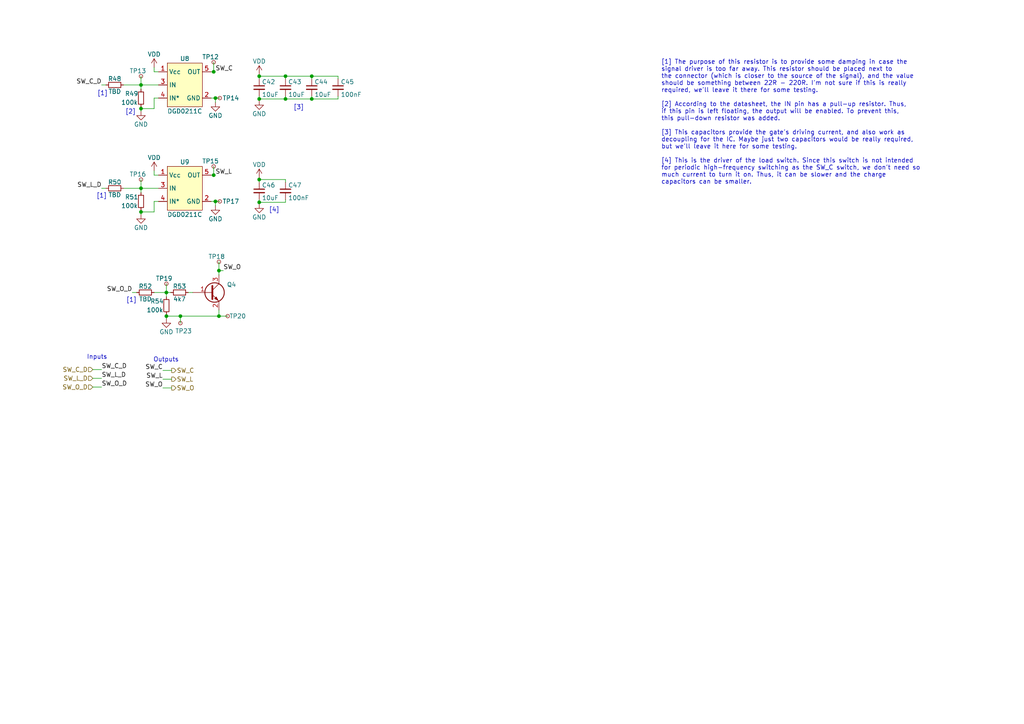
<source format=kicad_sch>
(kicad_sch (version 20211123) (generator eeschema)
  (paper "A4")
  (lib_symbols
    (symbol "CL_Gate_Drivers:DGD0211C"
      (property "Reference" "U" (at -5.08 7.62 0))
      (property "Value" "DGD0211C" (at 0 -7.62 0))
      (symbol "DGD0211C_0_1"
        (rectangle (start -5.08 6.35) (end 5.08 -6.35) (fill (type background)))
      )
      (symbol "DGD0211C_1_1"
        (pin power_in line (at -7.62 3.81 0) (length 2.54) (name "Vcc") (number "1"))
        (pin power_in line (at 7.62 -3.81 180) (length 2.54) (name "GND") (number "2"))
        (pin input line (at -7.62 0 0) (length 2.54) (name "IN") (number "3"))
        (pin input line (at -7.62 -3.81 0) (length 2.54) (name "IN*") (number "4"))
        (pin output line (at 7.62 3.81 180) (length 2.54) (name "OUT") (number "5"))
      )
    )
    (symbol "Connector:TestPoint_Small" (pin_numbers hide) (pin_names (offset 0.762) hide)
      (property "Reference" "TP" (at 0 3.81 0))
      (property "Value" "TestPoint_Small" (at 0 2.032 0))
      (symbol "TestPoint_Small_0_1"
        (circle (center 0 0) (radius 0.508))
      )
      (symbol "TestPoint_Small_1_1"
        (pin passive line (at 0 0 90) (length 0) (name "1") (number "1"))
      )
    )
    (symbol "Device:C_Small" (pin_numbers hide) (pin_names (offset 0.254) hide)
      (property "Reference" "C" (at 0.254 1.778 0))
      (property "Value" "C_Small" (at 0.254 -2.032 0))
      (symbol "C_Small_0_1"
        (polyline (pts (xy -1.524 -0.508) (xy 1.524 -0.508)) (stroke (width 0.3302)))
        (polyline (pts (xy -1.524 0.508) (xy 1.524 0.508)) (stroke (width 0.3048)))
      )
      (symbol "C_Small_1_1"
        (pin passive line (at 0 2.54 270) (length 2.032) (name "~") (number "1"))
        (pin passive line (at 0 -2.54 90) (length 2.032) (name "~") (number "2"))
      )
    )
    (symbol "Device:Q_NPN_BEC" (pin_names (offset 0) hide)
      (property "Reference" "Q" (at 5.08 1.27 0))
      (property "Value" "Q_NPN_BEC" (at 5.08 -1.27 0))
      (symbol "Q_NPN_BEC_0_1"
        (polyline (pts (xy 0.635 0.635) (xy 2.54 2.54)))
        (polyline (pts (xy 0.635 -0.635) (xy 2.54 -2.54) (xy 2.54 -2.54)))
        (polyline (pts (xy 0.635 1.905) (xy 0.635 -1.905) (xy 0.635 -1.905)) (stroke (width 0.508)))
        (polyline (pts (xy 1.27 -1.778) (xy 1.778 -1.27) (xy 2.286 -2.286) (xy 1.27 -1.778) (xy 1.27 -1.778)) (fill (type outline)))
        (circle (center 1.27 0) (radius 2.8194) (stroke (width 0.254)))
      )
      (symbol "Q_NPN_BEC_1_1"
        (pin input line (at -5.08 0 0) (length 5.715) (name "B") (number "1"))
        (pin passive line (at 2.54 -5.08 90) (length 2.54) (name "E") (number "2"))
        (pin passive line (at 2.54 5.08 270) (length 2.54) (name "C") (number "3"))
      )
    )
    (symbol "Device:R_Small" (pin_numbers hide) (pin_names (offset 0.254) hide)
      (property "Reference" "R" (at 0.762 0.508 0))
      (property "Value" "R_Small" (at 0.762 -1.016 0))
      (symbol "R_Small_0_1"
        (rectangle (start -0.762 1.778) (end 0.762 -1.778) (stroke (width 0.2032)))
      )
      (symbol "R_Small_1_1"
        (pin passive line (at 0 2.54 270) (length 0.762) (name "~") (number "1"))
        (pin passive line (at 0 -2.54 90) (length 0.762) (name "~") (number "2"))
      )
    )
    (symbol "power:GND" (power) (pin_names (offset 0))
      (property "Value" "GND" (at 0 -3.81 0))
      (symbol "GND_0_1"
        (polyline (pts (xy 0 0) (xy 0 -1.27) (xy 1.27 -1.27) (xy 0 -2.54) (xy -1.27 -1.27) (xy 0 -1.27)))
      )
      (symbol "GND_1_1"
        (pin power_in line (at 0 0 270) (length 0) hide (name "GND") (number "1"))
      )
    )
    (symbol "power:VDD" (power) (pin_names (offset 0))
      (property "Value" "VDD" (at 0 3.81 0))
      (symbol "VDD_0_1"
        (polyline (pts (xy -0.762 1.27) (xy 0 2.54)))
        (polyline (pts (xy 0 0) (xy 0 2.54)))
        (polyline (pts (xy 0 2.54) (xy 0.762 1.27)))
      )
      (symbol "VDD_1_1"
        (pin power_in line (at 0 0 90) (length 0) hide (name "VDD") (number "1"))
      )
    )
  )
  (junction (at 82.804 22.098))
  (junction (at 52.324 91.694))
  (junction (at 48.26 84.836))
  (junction (at 61.976 20.828))
  (junction (at 62.484 58.42))
  (junction (at 48.26 91.694))
  (junction (at 40.894 61.468))
  (junction (at 40.894 54.61))
  (junction (at 63.5 78.486))
  (junction (at 75.184 28.702))
  (junction (at 75.184 52.07))
  (junction (at 40.894 31.496))
  (junction (at 63.5 91.694))
  (junction (at 75.184 58.674))
  (junction (at 75.184 22.098))
  (junction (at 90.424 28.702))
  (junction (at 61.976 50.8))
  (junction (at 62.484 28.448))
  (junction (at 90.424 22.098))
  (junction (at 82.804 28.702))
  (junction (at 40.894 24.638))
  (wire (pts (xy 82.804 27.94) (xy 82.804 28.702)))
  (wire (pts (xy 44.704 20.828) (xy 45.974 20.828)))
  (wire (pts (xy 63.5 78.486) (xy 63.5 79.756)))
  (wire (pts (xy 29.464 107.188) (xy 26.924 107.188)))
  (wire (pts (xy 62.484 58.42) (xy 62.484 59.69)))
  (wire (pts (xy 61.976 20.828) (xy 62.484 20.828)))
  (wire (pts (xy 40.894 31.496) (xy 40.894 32.258)))
  (wire (pts (xy 48.26 91.186) (xy 48.26 91.694)))
  (wire (pts (xy 98.044 28.702) (xy 98.044 27.94)))
  (wire (pts (xy 61.214 58.42) (xy 62.484 58.42)))
  (wire (pts (xy 63.5 91.694) (xy 52.324 91.694)))
  (wire (pts (xy 52.324 91.694) (xy 48.26 91.694)))
  (wire (pts (xy 98.044 22.86) (xy 98.044 22.098)))
  (wire (pts (xy 29.464 24.638) (xy 30.734 24.638)))
  (wire (pts (xy 62.484 58.42) (xy 63.754 58.42)))
  (wire (pts (xy 47.244 112.522) (xy 49.784 112.522)))
  (wire (pts (xy 44.704 61.468) (xy 40.894 61.468)))
  (wire (pts (xy 61.976 50.8) (xy 62.484 50.8)))
  (wire (pts (xy 63.5 91.694) (xy 66.04 91.694)))
  (wire (pts (xy 54.61 84.836) (xy 55.88 84.836)))
  (wire (pts (xy 35.814 54.61) (xy 40.894 54.61)))
  (wire (pts (xy 48.26 91.694) (xy 48.26 92.456)))
  (wire (pts (xy 61.214 28.448) (xy 62.484 28.448)))
  (wire (pts (xy 61.214 20.828) (xy 61.976 20.828)))
  (wire (pts (xy 90.424 28.702) (xy 82.804 28.702)))
  (wire (pts (xy 38.354 84.836) (xy 39.624 84.836)))
  (wire (pts (xy 75.184 28.702) (xy 75.184 29.21)))
  (wire (pts (xy 90.424 27.94) (xy 90.424 28.702)))
  (wire (pts (xy 40.894 22.098) (xy 40.894 24.638)))
  (wire (pts (xy 64.77 78.486) (xy 63.5 78.486)))
  (wire (pts (xy 48.26 84.836) (xy 49.53 84.836)))
  (wire (pts (xy 40.894 54.61) (xy 40.894 55.88)))
  (wire (pts (xy 48.26 86.106) (xy 48.26 84.836)))
  (wire (pts (xy 40.894 24.638) (xy 40.894 25.908)))
  (wire (pts (xy 35.814 24.638) (xy 40.894 24.638)))
  (wire (pts (xy 47.244 107.442) (xy 49.784 107.442)))
  (wire (pts (xy 75.184 52.07) (xy 75.184 52.832)))
  (wire (pts (xy 45.974 58.42) (xy 44.704 58.42)))
  (wire (pts (xy 90.424 22.098) (xy 90.424 22.86)))
  (wire (pts (xy 98.044 22.098) (xy 90.424 22.098)))
  (wire (pts (xy 29.464 109.728) (xy 26.924 109.728)))
  (wire (pts (xy 48.26 82.296) (xy 48.26 84.836)))
  (wire (pts (xy 75.184 28.702) (xy 75.184 27.94)))
  (wire (pts (xy 40.894 52.07) (xy 40.894 54.61)))
  (wire (pts (xy 44.704 28.448) (xy 44.704 31.496)))
  (wire (pts (xy 61.976 48.26) (xy 61.976 50.8)))
  (wire (pts (xy 82.804 28.702) (xy 75.184 28.702)))
  (wire (pts (xy 44.704 49.53) (xy 44.704 50.8)))
  (wire (pts (xy 40.894 54.61) (xy 45.974 54.61)))
  (wire (pts (xy 44.704 84.836) (xy 48.26 84.836)))
  (wire (pts (xy 40.894 60.96) (xy 40.894 61.468)))
  (wire (pts (xy 45.974 28.448) (xy 44.704 28.448)))
  (wire (pts (xy 62.484 28.448) (xy 63.754 28.448)))
  (wire (pts (xy 40.894 30.988) (xy 40.894 31.496)))
  (wire (pts (xy 61.214 50.8) (xy 61.976 50.8)))
  (wire (pts (xy 63.5 89.916) (xy 63.5 91.694)))
  (wire (pts (xy 29.464 54.61) (xy 30.734 54.61)))
  (wire (pts (xy 63.5 75.946) (xy 63.5 78.486)))
  (wire (pts (xy 61.976 18.034) (xy 61.976 20.828)))
  (wire (pts (xy 90.424 28.702) (xy 98.044 28.702)))
  (wire (pts (xy 75.184 51.562) (xy 75.184 52.07)))
  (wire (pts (xy 44.704 31.496) (xy 40.894 31.496)))
  (wire (pts (xy 75.184 58.674) (xy 75.184 57.912)))
  (wire (pts (xy 75.184 58.674) (xy 75.184 59.182)))
  (wire (pts (xy 44.704 58.42) (xy 44.704 61.468)))
  (wire (pts (xy 29.464 112.268) (xy 26.924 112.268)))
  (wire (pts (xy 62.484 28.448) (xy 62.484 29.718)))
  (wire (pts (xy 75.184 58.674) (xy 82.804 58.674)))
  (wire (pts (xy 44.704 50.8) (xy 45.974 50.8)))
  (wire (pts (xy 75.184 21.59) (xy 75.184 22.098)))
  (wire (pts (xy 82.804 58.674) (xy 82.804 57.912)))
  (wire (pts (xy 82.804 52.832) (xy 82.804 52.07)))
  (wire (pts (xy 52.324 91.694) (xy 52.324 93.726)))
  (wire (pts (xy 75.184 22.098) (xy 82.804 22.098)))
  (wire (pts (xy 40.894 24.638) (xy 45.974 24.638)))
  (wire (pts (xy 47.244 109.982) (xy 49.784 109.982)))
  (wire (pts (xy 82.804 22.098) (xy 82.804 22.86)))
  (wire (pts (xy 44.704 19.558) (xy 44.704 20.828)))
  (wire (pts (xy 40.894 61.468) (xy 40.894 62.23)))
  (wire (pts (xy 75.184 22.098) (xy 75.184 22.86)))
  (wire (pts (xy 75.184 52.07) (xy 82.804 52.07)))
  (wire (pts (xy 82.804 22.098) (xy 90.424 22.098)))
  (text "[1] The purpose of this resistor is to provide some damping in case the\nsignal driver is too far away. This resistor should be placed next to\nthe connector (which is closer to the source of the signal), and the value\nshould be something between 22R - 220R. I'm not sure if this is really \nrequired, we'll leave it there for some testing.\n\n[2] According to the datasheet, the IN pin has a pull-up resistor. Thus,\nif this pin is left floating, the output will be enabled. To prevent this,\nthis pull-down resistor was added. \n\n[3] This capacitors provide the gate's driving current, and also work as\ndecoupling for the IC. Maybe just two capacitors would be really required,\nbut we'll leave it here for some testing.\n\n[4] This is the driver of the load switch. Since this switch is not intended\nfor periodic high-frequency switching as the SW_C switch, we don't need so \nmuch current to turn it on. Thus, it can be slower and the charge \ncapacitors can be smaller." (at 191.77 53.594 0) (effects (font (size 1.27 1.27)) (justify left bottom)))
  (text "Inputs\n" (at 25.146 104.394 0) (effects (font (size 1.27 1.27)) (justify left bottom)))
  (text "[1]" (at 28.194 27.94 0) (effects (font (size 1.27 1.27)) (justify left bottom)))
  (text "[1]" (at 27.94 57.658 0) (effects (font (size 1.27 1.27)) (justify left bottom)))
  (text "[1]" (at 36.576 87.884 0) (effects (font (size 1.27 1.27)) (justify left bottom)))
  (text "[4]" (at 77.978 61.722 0) (effects (font (size 1.27 1.27)) (justify left bottom)))
  (text "[2]" (at 36.322 33.274 0) (effects (font (size 1.27 1.27)) (justify left bottom)))
  (text "Outputs" (at 44.45 105.156 0) (effects (font (size 1.27 1.27)) (justify left bottom)))
  (text "[3]" (at 85.09 32.004 0) (effects (font (size 1.27 1.27)) (justify left bottom)))
  (label "SW_L" (at 47.244 109.982 180))
  (label "SW_L_D" (at 29.464 54.61 180))
  (label "SW_C_D" (at 29.464 24.638 180))
  (label "SW_C" (at 47.244 107.442 180))
  (label "SW_L" (at 62.484 50.8 0))
  (label "SW_O" (at 47.244 112.522 180))
  (label "SW_O_D" (at 29.464 112.268 0))
  (label "SW_C_D" (at 29.464 107.188 0))
  (label "SW_L_D" (at 29.464 109.728 0))
  (label "SW_C" (at 62.484 20.828 0))
  (label "SW_O_D" (at 38.354 84.836 180))
  (label "SW_O" (at 64.77 78.486 0))
  (hierarchical_label "SW_L" (shape output) (at 49.784 109.982 0))
  (hierarchical_label "SW_O_D" (shape input) (at 26.924 112.268 180))
  (hierarchical_label "SW_O" (shape output) (at 49.784 112.522 0))
  (hierarchical_label "SW_C_D" (shape input) (at 26.924 107.188 180))
  (hierarchical_label "SW_C" (shape output) (at 49.784 107.442 0))
  (hierarchical_label "SW_L_D" (shape input) (at 26.924 109.728 180))
  (symbol (lib_id "Device:C_Small") (at 75.184 25.4 0) (unit 1)
    (property "Reference" "C42" (at 75.946 23.749 0) (effects (justify left)))
    (property "Value" "10uF" (at 75.946 27.432 0) (effects (justify left)))
    (property "Footprint" "Capacitor_SMD:C_0805_2012Metric_Pad1.18x1.45mm_HandSolder" (effects hide))
  )
  (symbol (lib_id "Device:R_Small") (at 33.274 24.638 270) (unit 1)
    (property "Reference" "R48" (at 33.274 22.86 90))
    (property "Value" "TBD" (at 33.274 26.543 90))
    (property "Footprint" "Resistor_SMD:R_0805_2012Metric_Pad1.20x1.40mm_HandSolder" (effects hide))
  )
  (symbol (lib_id "Device:C_Small") (at 82.804 55.372 0) (unit 1)
    (property "Reference" "C47" (at 83.566 53.721 0) (effects (justify left)))
    (property "Value" "100nF" (at 83.566 57.404 0) (effects (justify left)))
    (property "Footprint" "Capacitor_SMD:C_0805_2012Metric_Pad1.18x1.45mm_HandSolder" (effects hide))
  )
  (symbol (lib_id "power:VDD") (at 44.704 19.558 0) (unit 1)
    (property "Reference" "#PWR0171" (effects hide))
    (property "Value" "VDD" (at 44.704 15.748 0))
  )
  (symbol (lib_id "Connector:TestPoint_Small") (at 40.894 52.07 90) (unit 1)
    (property "Reference" "TP16" (at 42.418 50.546 90) (effects (justify left)))
    (property "Value" "TestPoint_Small" (effects hide))
    (property "Footprint" "TestPoint:TestPoint_Pad_1.5x1.5mm" (effects hide))
  )
  (symbol (lib_id "Device:R_Small") (at 52.07 84.836 270) (unit 1)
    (property "Reference" "R53" (at 52.07 83.058 90))
    (property "Value" "4k7" (at 52.07 86.741 90))
    (property "Footprint" "Resistor_SMD:R_0805_2012Metric_Pad1.20x1.40mm_HandSolder" (effects hide))
  )
  (symbol (lib_id "power:GND") (at 75.184 29.21 0) (unit 1)
    (property "Reference" "#PWR0167" (effects hide))
    (property "Value" "GND" (at 75.184 33.02 0))
  )
  (symbol (lib_id "Connector:TestPoint_Small") (at 63.754 28.448 270) (unit 1)
    (property "Reference" "TP14" (at 64.516 28.448 90) (effects (justify left)))
    (property "Value" "TestPoint_Small" (effects hide))
    (property "Footprint" "TestPoint:TestPoint_Pad_1.5x1.5mm" (effects hide))
  )
  (symbol (lib_id "Connector:TestPoint_Small") (at 48.26 82.296 90) (unit 1)
    (property "Reference" "TP19" (at 50.038 80.772 90) (effects (justify left)))
    (property "Value" "TestPoint_Small" (effects hide))
    (property "Footprint" "TestPoint:TestPoint_Pad_1.5x1.5mm" (effects hide))
  )
  (symbol (lib_id "power:GND") (at 75.184 59.182 0) (unit 1)
    (property "Reference" "#PWR0165" (effects hide))
    (property "Value" "GND" (at 75.184 62.992 0))
  )
  (symbol (lib_id "Device:C_Small") (at 98.044 25.4 0) (unit 1)
    (property "Reference" "C45" (at 98.806 23.749 0) (effects (justify left)))
    (property "Value" "100nF" (at 98.806 27.432 0) (effects (justify left)))
    (property "Footprint" "Capacitor_SMD:C_0805_2012Metric_Pad1.18x1.45mm_HandSolder" (effects hide))
  )
  (symbol (lib_id "Device:R_Small") (at 40.894 58.42 0) (mirror y) (unit 1)
    (property "Reference" "R51" (at 40.132 57.15 0) (effects (justify left)))
    (property "Value" "100k" (at 40.005 59.69 0) (effects (justify left)))
    (property "Footprint" "Resistor_SMD:R_0805_2012Metric_Pad1.20x1.40mm_HandSolder" (effects hide))
  )
  (symbol (lib_id "Device:R_Small") (at 33.274 54.61 270) (unit 1)
    (property "Reference" "R50" (at 33.274 52.832 90))
    (property "Value" "TBD" (at 33.274 56.515 90))
    (property "Footprint" "Resistor_SMD:R_0805_2012Metric_Pad1.20x1.40mm_HandSolder" (effects hide))
  )
  (symbol (lib_id "power:VDD") (at 75.184 21.59 0) (unit 1)
    (property "Reference" "#PWR0172" (effects hide))
    (property "Value" "VDD" (at 75.184 17.78 0))
  )
  (symbol (lib_id "power:VDD") (at 75.184 51.562 0) (unit 1)
    (property "Reference" "#PWR0164" (effects hide))
    (property "Value" "VDD" (at 75.184 47.752 0))
  )
  (symbol (lib_id "Device:C_Small") (at 82.804 25.4 0) (unit 1)
    (property "Reference" "C43" (at 83.566 23.749 0) (effects (justify left)))
    (property "Value" "10uF" (at 83.566 27.432 0) (effects (justify left)))
    (property "Footprint" "Capacitor_SMD:C_0805_2012Metric_Pad1.18x1.45mm_HandSolder" (effects hide))
  )
  (symbol (lib_id "Connector:TestPoint_Small") (at 40.894 22.098 90) (unit 1)
    (property "Reference" "TP13" (at 42.418 20.574 90) (effects (justify left)))
    (property "Value" "TestPoint_Small" (effects hide))
    (property "Footprint" "TestPoint:TestPoint_Pad_1.5x1.5mm" (effects hide))
  )
  (symbol (lib_id "Connector:TestPoint_Small") (at 61.976 18.034 90) (unit 1)
    (property "Reference" "TP12" (at 63.5 16.51 90) (effects (justify left)))
    (property "Value" "TestPoint_Small" (effects hide))
    (property "Footprint" "TestPoint:TestPoint_Pad_1.5x1.5mm" (effects hide))
  )
  (symbol (lib_id "Connector:TestPoint_Small") (at 61.976 48.26 90) (unit 1)
    (property "Reference" "TP15" (at 63.5 46.736 90) (effects (justify left)))
    (property "Value" "TestPoint_Small" (effects hide))
    (property "Footprint" "TestPoint:TestPoint_Pad_1.5x1.5mm" (effects hide))
  )
  (symbol (lib_id "CL_Gate_Drivers:DGD0211C") (at 53.594 24.638 0) (unit 1)
    (property "Reference" "U8" (at 53.594 17.018 0))
    (property "Value" "DGD0211C" (at 53.594 32.258 0))
    (property "Footprint" "Package_TO_SOT_SMD:TSOT-23-5_HandSoldering" (effects hide))
    (property "Datasheet" "https://www.diodes.com/assets/Datasheets/DGD0211C.pdf" (effects hide))
  )
  (symbol (lib_id "Connector:TestPoint_Small") (at 66.04 91.694 90) (unit 1)
    (property "Reference" "TP20" (at 71.374 91.694 90) (effects (justify left)))
    (property "Value" "TestPoint_Small" (effects hide))
    (property "Footprint" "TestPoint:TestPoint_Pad_1.5x1.5mm" (effects hide))
  )
  (symbol (lib_id "power:GND") (at 40.894 32.258 0) (unit 1)
    (property "Reference" "#PWR0169" (effects hide))
    (property "Value" "GND" (at 40.894 36.068 0))
  )
  (symbol (lib_id "power:VDD") (at 44.704 49.53 0) (unit 1)
    (property "Reference" "#PWR0168" (effects hide))
    (property "Value" "VDD" (at 44.704 45.72 0))
  )
  (symbol (lib_id "Connector:TestPoint_Small") (at 52.324 93.726 0) (unit 1)
    (property "Reference" "TP23" (at 50.8 96.012 0) (effects (justify left)))
    (property "Value" "TestPoint_Small" (effects hide))
    (property "Footprint" "TestPoint:TestPoint_Pad_1.5x1.5mm" (effects hide))
  )
  (symbol (lib_id "Device:C_Small") (at 90.424 25.4 0) (unit 1)
    (property "Reference" "C44" (at 91.186 23.749 0) (effects (justify left)))
    (property "Value" "10uF" (at 91.186 27.432 0) (effects (justify left)))
    (property "Footprint" "Capacitor_SMD:C_0805_2012Metric_Pad1.18x1.45mm_HandSolder" (effects hide))
  )
  (symbol (lib_id "Device:C_Small") (at 75.184 55.372 0) (unit 1)
    (property "Reference" "C46" (at 75.946 53.721 0) (effects (justify left)))
    (property "Value" "10uF" (at 75.946 57.404 0) (effects (justify left)))
    (property "Footprint" "Capacitor_SMD:C_0805_2012Metric_Pad1.18x1.45mm_HandSolder" (effects hide))
  )
  (symbol (lib_id "Device:R_Small") (at 48.26 88.646 0) (mirror y) (unit 1)
    (property "Reference" "R54" (at 47.498 87.376 0) (effects (justify left)))
    (property "Value" "100k" (at 47.371 89.916 0) (effects (justify left)))
    (property "Footprint" "Resistor_SMD:R_0805_2012Metric_Pad1.20x1.40mm_HandSolder" (effects hide))
  )
  (symbol (lib_id "Device:R_Small") (at 40.894 28.448 0) (mirror y) (unit 1)
    (property "Reference" "R49" (at 40.132 27.178 0) (effects (justify left)))
    (property "Value" "100k" (at 40.005 29.718 0) (effects (justify left)))
    (property "Footprint" "Resistor_SMD:R_0805_2012Metric_Pad1.20x1.40mm_HandSolder" (effects hide))
  )
  (symbol (lib_id "power:GND") (at 40.894 62.23 0) (unit 1)
    (property "Reference" "#PWR0163" (effects hide))
    (property "Value" "GND" (at 40.894 66.04 0))
  )
  (symbol (lib_id "power:GND") (at 62.484 29.718 0) (unit 1)
    (property "Reference" "#PWR0166" (effects hide))
    (property "Value" "GND" (at 62.484 33.528 0))
  )
  (symbol (lib_id "Connector:TestPoint_Small") (at 63.754 58.42 0) (unit 1)
    (property "Reference" "TP17" (at 64.516 58.42 0) (effects (justify left)))
    (property "Value" "TestPoint_Small" (effects hide))
    (property "Footprint" "TestPoint:TestPoint_Pad_1.5x1.5mm" (effects hide))
  )
  (symbol (lib_id "Device:R_Small") (at 42.164 84.836 270) (unit 1)
    (property "Reference" "R52" (at 42.164 83.058 90))
    (property "Value" "TBD" (at 42.164 86.741 90))
    (property "Footprint" "Resistor_SMD:R_0805_2012Metric_Pad1.20x1.40mm_HandSolder" (effects hide))
  )
  (symbol (lib_id "Device:Q_NPN_BEC") (at 60.96 84.836 0) (unit 1)
    (property "Reference" "Q4" (at 65.786 82.55 0) (effects (justify left)))
    (property "Value" " " (at 65.786 86.614 0) (effects (justify left)))
    (property "Footprint" "Package_TO_SOT_SMD:SOT-23W" (effects hide))
  )
  (symbol (lib_id "Connector:TestPoint_Small") (at 63.5 75.946 90) (unit 1)
    (property "Reference" "TP18" (at 65.278 74.422 90) (effects (justify left)))
    (property "Value" "TestPoint_Small" (effects hide))
    (property "Footprint" "TestPoint:TestPoint_Pad_1.5x1.5mm" (effects hide))
  )
  (symbol (lib_id "power:GND") (at 62.484 59.69 0) (unit 1)
    (property "Reference" "#PWR0162" (effects hide))
    (property "Value" "GND" (at 62.484 63.5 0))
  )
  (symbol (lib_id "CL_Gate_Drivers:DGD0211C") (at 53.594 54.61 0) (unit 1)
    (property "Reference" "U9" (at 53.594 46.99 0))
    (property "Value" "DGD0211C" (at 53.594 62.23 0))
    (property "Footprint" "Package_TO_SOT_SMD:TSOT-23-5_HandSoldering" (effects hide))
    (property "Datasheet" "https://www.diodes.com/assets/Datasheets/DGD0211C.pdf" (effects hide))
  )
  (symbol (lib_id "power:GND") (at 48.26 92.456 0) (unit 1)
    (property "Reference" "#PWR0170" (effects hide))
    (property "Value" "GND" (at 48.26 96.266 0))
  )
)
</source>
